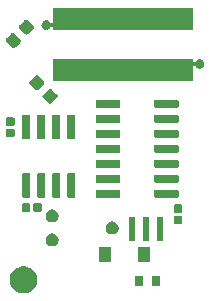
<source format=gbr>
G04 #@! TF.GenerationSoftware,KiCad,Pcbnew,(5.1.6)-1*
G04 #@! TF.CreationDate,2020-12-13T19:26:13+01:00*
G04 #@! TF.ProjectId,ACM-pcb,41434d2d-7063-4622-9e6b-696361645f70,rev?*
G04 #@! TF.SameCoordinates,Original*
G04 #@! TF.FileFunction,Soldermask,Bot*
G04 #@! TF.FilePolarity,Negative*
%FSLAX46Y46*%
G04 Gerber Fmt 4.6, Leading zero omitted, Abs format (unit mm)*
G04 Created by KiCad (PCBNEW (5.1.6)-1) date 2020-12-13 19:26:13*
%MOMM*%
%LPD*%
G01*
G04 APERTURE LIST*
%ADD10C,0.100000*%
G04 APERTURE END LIST*
D10*
G36*
X66224549Y-87871116D02*
G01*
X66335734Y-87893232D01*
X66545203Y-87979997D01*
X66733720Y-88105960D01*
X66894040Y-88266280D01*
X67020003Y-88454797D01*
X67106768Y-88664266D01*
X67151000Y-88886636D01*
X67151000Y-89113364D01*
X67106768Y-89335734D01*
X67020003Y-89545203D01*
X66894040Y-89733720D01*
X66733720Y-89894040D01*
X66545203Y-90020003D01*
X66335734Y-90106768D01*
X66224549Y-90128884D01*
X66113365Y-90151000D01*
X65886635Y-90151000D01*
X65775451Y-90128884D01*
X65664266Y-90106768D01*
X65454797Y-90020003D01*
X65266280Y-89894040D01*
X65105960Y-89733720D01*
X64979997Y-89545203D01*
X64893232Y-89335734D01*
X64849000Y-89113364D01*
X64849000Y-88886636D01*
X64893232Y-88664266D01*
X64979997Y-88454797D01*
X65105960Y-88266280D01*
X65266280Y-88105960D01*
X65454797Y-87979997D01*
X65664266Y-87893232D01*
X65775451Y-87871116D01*
X65886635Y-87849000D01*
X66113365Y-87849000D01*
X66224549Y-87871116D01*
G37*
G36*
X77551000Y-89501000D02*
G01*
X76849000Y-89501000D01*
X76849000Y-88699000D01*
X77551000Y-88699000D01*
X77551000Y-89501000D01*
G37*
G36*
X76151000Y-89501000D02*
G01*
X75449000Y-89501000D01*
X75449000Y-88699000D01*
X76151000Y-88699000D01*
X76151000Y-89501000D01*
G37*
G36*
X76700000Y-87519000D02*
G01*
X75698000Y-87519000D01*
X75698000Y-86217000D01*
X76700000Y-86217000D01*
X76700000Y-87519000D01*
G37*
G36*
X73400000Y-87519000D02*
G01*
X72398000Y-87519000D01*
X72398000Y-86217000D01*
X73400000Y-86217000D01*
X73400000Y-87519000D01*
G37*
G36*
X68526578Y-85100197D02*
G01*
X68579350Y-85110694D01*
X68678770Y-85151875D01*
X68768246Y-85211661D01*
X68844339Y-85287754D01*
X68904125Y-85377230D01*
X68945306Y-85476650D01*
X68945306Y-85476651D01*
X68966300Y-85582193D01*
X68966300Y-85689807D01*
X68955803Y-85742578D01*
X68945306Y-85795350D01*
X68904125Y-85894770D01*
X68844339Y-85984246D01*
X68768246Y-86060339D01*
X68678770Y-86120125D01*
X68579350Y-86161306D01*
X68526578Y-86171803D01*
X68473807Y-86182300D01*
X68366193Y-86182300D01*
X68313422Y-86171803D01*
X68260650Y-86161306D01*
X68161230Y-86120125D01*
X68071754Y-86060339D01*
X67995661Y-85984246D01*
X67935875Y-85894770D01*
X67894694Y-85795350D01*
X67884197Y-85742578D01*
X67873700Y-85689807D01*
X67873700Y-85582193D01*
X67894694Y-85476651D01*
X67894694Y-85476650D01*
X67935875Y-85377230D01*
X67995661Y-85287754D01*
X68071754Y-85211661D01*
X68161230Y-85151875D01*
X68260650Y-85110694D01*
X68313422Y-85100197D01*
X68366193Y-85089700D01*
X68473807Y-85089700D01*
X68526578Y-85100197D01*
G37*
G36*
X77828800Y-85697300D02*
G01*
X77326800Y-85697300D01*
X77326800Y-83695300D01*
X77828800Y-83695300D01*
X77828800Y-85697300D01*
G37*
G36*
X76628800Y-85697300D02*
G01*
X76126800Y-85697300D01*
X76126800Y-83695300D01*
X76628800Y-83695300D01*
X76628800Y-85697300D01*
G37*
G36*
X75428800Y-85697300D02*
G01*
X74926800Y-85697300D01*
X74926800Y-83695300D01*
X75428800Y-83695300D01*
X75428800Y-85697300D01*
G37*
G36*
X73606578Y-84084197D02*
G01*
X73659350Y-84094694D01*
X73758770Y-84135875D01*
X73848246Y-84195661D01*
X73924339Y-84271754D01*
X73984125Y-84361230D01*
X74025306Y-84460650D01*
X74046300Y-84566194D01*
X74046300Y-84673806D01*
X74025306Y-84779350D01*
X73984125Y-84878770D01*
X73924339Y-84968246D01*
X73848246Y-85044339D01*
X73758770Y-85104125D01*
X73659350Y-85145306D01*
X73626325Y-85151875D01*
X73553807Y-85166300D01*
X73446193Y-85166300D01*
X73373675Y-85151875D01*
X73340650Y-85145306D01*
X73241230Y-85104125D01*
X73151754Y-85044339D01*
X73075661Y-84968246D01*
X73015875Y-84878770D01*
X72974694Y-84779350D01*
X72953700Y-84673806D01*
X72953700Y-84566194D01*
X72974694Y-84460650D01*
X73015875Y-84361230D01*
X73075661Y-84271754D01*
X73151754Y-84195661D01*
X73241230Y-84135875D01*
X73340650Y-84094694D01*
X73393422Y-84084197D01*
X73446193Y-84073700D01*
X73553807Y-84073700D01*
X73606578Y-84084197D01*
G37*
G36*
X79364838Y-83606116D02*
G01*
X79385457Y-83612371D01*
X79404453Y-83622524D01*
X79421108Y-83636192D01*
X79434776Y-83652847D01*
X79444929Y-83671843D01*
X79451184Y-83692462D01*
X79453900Y-83720040D01*
X79453900Y-84178760D01*
X79451184Y-84206338D01*
X79444929Y-84226957D01*
X79434776Y-84245953D01*
X79421108Y-84262608D01*
X79404453Y-84276276D01*
X79385457Y-84286429D01*
X79364838Y-84292684D01*
X79337260Y-84295400D01*
X78828540Y-84295400D01*
X78800962Y-84292684D01*
X78780343Y-84286429D01*
X78761347Y-84276276D01*
X78744692Y-84262608D01*
X78731024Y-84245953D01*
X78720871Y-84226957D01*
X78714616Y-84206338D01*
X78711900Y-84178760D01*
X78711900Y-83720040D01*
X78714616Y-83692462D01*
X78720871Y-83671843D01*
X78731024Y-83652847D01*
X78744692Y-83636192D01*
X78761347Y-83622524D01*
X78780343Y-83612371D01*
X78800962Y-83606116D01*
X78828540Y-83603400D01*
X79337260Y-83603400D01*
X79364838Y-83606116D01*
G37*
G36*
X68526578Y-83068197D02*
G01*
X68579350Y-83078694D01*
X68678770Y-83119875D01*
X68768246Y-83179661D01*
X68844339Y-83255754D01*
X68904125Y-83345230D01*
X68945306Y-83444650D01*
X68945306Y-83444651D01*
X68966300Y-83550193D01*
X68966300Y-83657807D01*
X68958842Y-83695300D01*
X68945306Y-83763350D01*
X68904125Y-83862770D01*
X68844339Y-83952246D01*
X68768246Y-84028339D01*
X68678770Y-84088125D01*
X68579350Y-84129306D01*
X68546325Y-84135875D01*
X68473807Y-84150300D01*
X68366193Y-84150300D01*
X68293675Y-84135875D01*
X68260650Y-84129306D01*
X68161230Y-84088125D01*
X68071754Y-84028339D01*
X67995661Y-83952246D01*
X67935875Y-83862770D01*
X67894694Y-83763350D01*
X67881158Y-83695300D01*
X67873700Y-83657807D01*
X67873700Y-83550193D01*
X67894694Y-83444651D01*
X67894694Y-83444650D01*
X67935875Y-83345230D01*
X67995661Y-83255754D01*
X68071754Y-83179661D01*
X68161230Y-83119875D01*
X68260650Y-83078694D01*
X68313422Y-83068197D01*
X68366193Y-83057700D01*
X68473807Y-83057700D01*
X68526578Y-83068197D01*
G37*
G36*
X79364838Y-82636116D02*
G01*
X79385457Y-82642371D01*
X79404453Y-82652524D01*
X79421108Y-82666192D01*
X79434776Y-82682847D01*
X79444929Y-82701843D01*
X79451184Y-82722462D01*
X79453900Y-82750040D01*
X79453900Y-83208760D01*
X79451184Y-83236338D01*
X79444929Y-83256957D01*
X79434776Y-83275953D01*
X79421108Y-83292608D01*
X79404453Y-83306276D01*
X79385457Y-83316429D01*
X79364838Y-83322684D01*
X79337260Y-83325400D01*
X78828540Y-83325400D01*
X78800962Y-83322684D01*
X78780343Y-83316429D01*
X78761347Y-83306276D01*
X78744692Y-83292608D01*
X78731024Y-83275953D01*
X78720871Y-83256957D01*
X78714616Y-83236338D01*
X78711900Y-83208760D01*
X78711900Y-82750040D01*
X78714616Y-82722462D01*
X78720871Y-82701843D01*
X78731024Y-82682847D01*
X78744692Y-82666192D01*
X78761347Y-82652524D01*
X78780343Y-82642371D01*
X78800962Y-82636116D01*
X78828540Y-82633400D01*
X79337260Y-82633400D01*
X79364838Y-82636116D01*
G37*
G36*
X67442338Y-82537316D02*
G01*
X67462957Y-82543571D01*
X67481953Y-82553724D01*
X67498608Y-82567392D01*
X67512276Y-82584047D01*
X67522429Y-82603043D01*
X67528684Y-82623662D01*
X67531400Y-82651240D01*
X67531400Y-83159960D01*
X67528684Y-83187538D01*
X67522429Y-83208157D01*
X67512276Y-83227153D01*
X67498608Y-83243808D01*
X67481953Y-83257476D01*
X67462957Y-83267629D01*
X67442338Y-83273884D01*
X67414760Y-83276600D01*
X66956040Y-83276600D01*
X66928462Y-83273884D01*
X66907843Y-83267629D01*
X66888847Y-83257476D01*
X66872192Y-83243808D01*
X66858524Y-83227153D01*
X66848371Y-83208157D01*
X66842116Y-83187538D01*
X66839400Y-83159960D01*
X66839400Y-82651240D01*
X66842116Y-82623662D01*
X66848371Y-82603043D01*
X66858524Y-82584047D01*
X66872192Y-82567392D01*
X66888847Y-82553724D01*
X66907843Y-82543571D01*
X66928462Y-82537316D01*
X66956040Y-82534600D01*
X67414760Y-82534600D01*
X67442338Y-82537316D01*
G37*
G36*
X66472338Y-82537316D02*
G01*
X66492957Y-82543571D01*
X66511953Y-82553724D01*
X66528608Y-82567392D01*
X66542276Y-82584047D01*
X66552429Y-82603043D01*
X66558684Y-82623662D01*
X66561400Y-82651240D01*
X66561400Y-83159960D01*
X66558684Y-83187538D01*
X66552429Y-83208157D01*
X66542276Y-83227153D01*
X66528608Y-83243808D01*
X66511953Y-83257476D01*
X66492957Y-83267629D01*
X66472338Y-83273884D01*
X66444760Y-83276600D01*
X65986040Y-83276600D01*
X65958462Y-83273884D01*
X65937843Y-83267629D01*
X65918847Y-83257476D01*
X65902192Y-83243808D01*
X65888524Y-83227153D01*
X65878371Y-83208157D01*
X65872116Y-83187538D01*
X65869400Y-83159960D01*
X65869400Y-82651240D01*
X65872116Y-82623662D01*
X65878371Y-82603043D01*
X65888524Y-82584047D01*
X65902192Y-82567392D01*
X65918847Y-82553724D01*
X65937843Y-82543571D01*
X65958462Y-82537316D01*
X65986040Y-82534600D01*
X66444760Y-82534600D01*
X66472338Y-82537316D01*
G37*
G36*
X74088428Y-81376264D02*
G01*
X74109509Y-81382660D01*
X74128945Y-81393048D01*
X74145976Y-81407024D01*
X74159952Y-81424055D01*
X74170340Y-81443491D01*
X74176736Y-81464572D01*
X74179500Y-81492640D01*
X74179500Y-81956360D01*
X74176736Y-81984428D01*
X74170340Y-82005509D01*
X74159952Y-82024945D01*
X74145976Y-82041976D01*
X74128945Y-82055952D01*
X74109509Y-82066340D01*
X74088428Y-82072736D01*
X74060360Y-82075500D01*
X72246640Y-82075500D01*
X72218572Y-82072736D01*
X72197491Y-82066340D01*
X72178055Y-82055952D01*
X72161024Y-82041976D01*
X72147048Y-82024945D01*
X72136660Y-82005509D01*
X72130264Y-81984428D01*
X72127500Y-81956360D01*
X72127500Y-81492640D01*
X72130264Y-81464572D01*
X72136660Y-81443491D01*
X72147048Y-81424055D01*
X72161024Y-81407024D01*
X72178055Y-81393048D01*
X72197491Y-81382660D01*
X72218572Y-81376264D01*
X72246640Y-81373500D01*
X74060360Y-81373500D01*
X74088428Y-81376264D01*
G37*
G36*
X79038428Y-81376264D02*
G01*
X79059509Y-81382660D01*
X79078945Y-81393048D01*
X79095976Y-81407024D01*
X79109952Y-81424055D01*
X79120340Y-81443491D01*
X79126736Y-81464572D01*
X79129500Y-81492640D01*
X79129500Y-81956360D01*
X79126736Y-81984428D01*
X79120340Y-82005509D01*
X79109952Y-82024945D01*
X79095976Y-82041976D01*
X79078945Y-82055952D01*
X79059509Y-82066340D01*
X79038428Y-82072736D01*
X79010360Y-82075500D01*
X77196640Y-82075500D01*
X77168572Y-82072736D01*
X77147491Y-82066340D01*
X77128055Y-82055952D01*
X77111024Y-82041976D01*
X77097048Y-82024945D01*
X77086660Y-82005509D01*
X77080264Y-81984428D01*
X77077500Y-81956360D01*
X77077500Y-81492640D01*
X77080264Y-81464572D01*
X77086660Y-81443491D01*
X77097048Y-81424055D01*
X77111024Y-81407024D01*
X77128055Y-81393048D01*
X77147491Y-81382660D01*
X77168572Y-81376264D01*
X77196640Y-81373500D01*
X79010360Y-81373500D01*
X79038428Y-81376264D01*
G37*
G36*
X66490428Y-80001264D02*
G01*
X66511509Y-80007660D01*
X66530945Y-80018048D01*
X66547976Y-80032024D01*
X66561952Y-80049055D01*
X66572340Y-80068491D01*
X66578736Y-80089572D01*
X66581500Y-80117640D01*
X66581500Y-81931360D01*
X66578736Y-81959428D01*
X66572340Y-81980509D01*
X66561952Y-81999945D01*
X66547976Y-82016976D01*
X66530945Y-82030952D01*
X66511509Y-82041340D01*
X66490428Y-82047736D01*
X66462360Y-82050500D01*
X65998640Y-82050500D01*
X65970572Y-82047736D01*
X65949491Y-82041340D01*
X65930055Y-82030952D01*
X65913024Y-82016976D01*
X65899048Y-81999945D01*
X65888660Y-81980509D01*
X65882264Y-81959428D01*
X65879500Y-81931360D01*
X65879500Y-80117640D01*
X65882264Y-80089572D01*
X65888660Y-80068491D01*
X65899048Y-80049055D01*
X65913024Y-80032024D01*
X65930055Y-80018048D01*
X65949491Y-80007660D01*
X65970572Y-80001264D01*
X65998640Y-79998500D01*
X66462360Y-79998500D01*
X66490428Y-80001264D01*
G37*
G36*
X67760428Y-80001264D02*
G01*
X67781509Y-80007660D01*
X67800945Y-80018048D01*
X67817976Y-80032024D01*
X67831952Y-80049055D01*
X67842340Y-80068491D01*
X67848736Y-80089572D01*
X67851500Y-80117640D01*
X67851500Y-81931360D01*
X67848736Y-81959428D01*
X67842340Y-81980509D01*
X67831952Y-81999945D01*
X67817976Y-82016976D01*
X67800945Y-82030952D01*
X67781509Y-82041340D01*
X67760428Y-82047736D01*
X67732360Y-82050500D01*
X67268640Y-82050500D01*
X67240572Y-82047736D01*
X67219491Y-82041340D01*
X67200055Y-82030952D01*
X67183024Y-82016976D01*
X67169048Y-81999945D01*
X67158660Y-81980509D01*
X67152264Y-81959428D01*
X67149500Y-81931360D01*
X67149500Y-80117640D01*
X67152264Y-80089572D01*
X67158660Y-80068491D01*
X67169048Y-80049055D01*
X67183024Y-80032024D01*
X67200055Y-80018048D01*
X67219491Y-80007660D01*
X67240572Y-80001264D01*
X67268640Y-79998500D01*
X67732360Y-79998500D01*
X67760428Y-80001264D01*
G37*
G36*
X69030428Y-80001264D02*
G01*
X69051509Y-80007660D01*
X69070945Y-80018048D01*
X69087976Y-80032024D01*
X69101952Y-80049055D01*
X69112340Y-80068491D01*
X69118736Y-80089572D01*
X69121500Y-80117640D01*
X69121500Y-81931360D01*
X69118736Y-81959428D01*
X69112340Y-81980509D01*
X69101952Y-81999945D01*
X69087976Y-82016976D01*
X69070945Y-82030952D01*
X69051509Y-82041340D01*
X69030428Y-82047736D01*
X69002360Y-82050500D01*
X68538640Y-82050500D01*
X68510572Y-82047736D01*
X68489491Y-82041340D01*
X68470055Y-82030952D01*
X68453024Y-82016976D01*
X68439048Y-81999945D01*
X68428660Y-81980509D01*
X68422264Y-81959428D01*
X68419500Y-81931360D01*
X68419500Y-80117640D01*
X68422264Y-80089572D01*
X68428660Y-80068491D01*
X68439048Y-80049055D01*
X68453024Y-80032024D01*
X68470055Y-80018048D01*
X68489491Y-80007660D01*
X68510572Y-80001264D01*
X68538640Y-79998500D01*
X69002360Y-79998500D01*
X69030428Y-80001264D01*
G37*
G36*
X70300428Y-80001264D02*
G01*
X70321509Y-80007660D01*
X70340945Y-80018048D01*
X70357976Y-80032024D01*
X70371952Y-80049055D01*
X70382340Y-80068491D01*
X70388736Y-80089572D01*
X70391500Y-80117640D01*
X70391500Y-81931360D01*
X70388736Y-81959428D01*
X70382340Y-81980509D01*
X70371952Y-81999945D01*
X70357976Y-82016976D01*
X70340945Y-82030952D01*
X70321509Y-82041340D01*
X70300428Y-82047736D01*
X70272360Y-82050500D01*
X69808640Y-82050500D01*
X69780572Y-82047736D01*
X69759491Y-82041340D01*
X69740055Y-82030952D01*
X69723024Y-82016976D01*
X69709048Y-81999945D01*
X69698660Y-81980509D01*
X69692264Y-81959428D01*
X69689500Y-81931360D01*
X69689500Y-80117640D01*
X69692264Y-80089572D01*
X69698660Y-80068491D01*
X69709048Y-80049055D01*
X69723024Y-80032024D01*
X69740055Y-80018048D01*
X69759491Y-80007660D01*
X69780572Y-80001264D01*
X69808640Y-79998500D01*
X70272360Y-79998500D01*
X70300428Y-80001264D01*
G37*
G36*
X79038428Y-80106264D02*
G01*
X79059509Y-80112660D01*
X79078945Y-80123048D01*
X79095976Y-80137024D01*
X79109952Y-80154055D01*
X79120340Y-80173491D01*
X79126736Y-80194572D01*
X79129500Y-80222640D01*
X79129500Y-80686360D01*
X79126736Y-80714428D01*
X79120340Y-80735509D01*
X79109952Y-80754945D01*
X79095976Y-80771976D01*
X79078945Y-80785952D01*
X79059509Y-80796340D01*
X79038428Y-80802736D01*
X79010360Y-80805500D01*
X77196640Y-80805500D01*
X77168572Y-80802736D01*
X77147491Y-80796340D01*
X77128055Y-80785952D01*
X77111024Y-80771976D01*
X77097048Y-80754945D01*
X77086660Y-80735509D01*
X77080264Y-80714428D01*
X77077500Y-80686360D01*
X77077500Y-80222640D01*
X77080264Y-80194572D01*
X77086660Y-80173491D01*
X77097048Y-80154055D01*
X77111024Y-80137024D01*
X77128055Y-80123048D01*
X77147491Y-80112660D01*
X77168572Y-80106264D01*
X77196640Y-80103500D01*
X79010360Y-80103500D01*
X79038428Y-80106264D01*
G37*
G36*
X74088428Y-80106264D02*
G01*
X74109509Y-80112660D01*
X74128945Y-80123048D01*
X74145976Y-80137024D01*
X74159952Y-80154055D01*
X74170340Y-80173491D01*
X74176736Y-80194572D01*
X74179500Y-80222640D01*
X74179500Y-80686360D01*
X74176736Y-80714428D01*
X74170340Y-80735509D01*
X74159952Y-80754945D01*
X74145976Y-80771976D01*
X74128945Y-80785952D01*
X74109509Y-80796340D01*
X74088428Y-80802736D01*
X74060360Y-80805500D01*
X72246640Y-80805500D01*
X72218572Y-80802736D01*
X72197491Y-80796340D01*
X72178055Y-80785952D01*
X72161024Y-80771976D01*
X72147048Y-80754945D01*
X72136660Y-80735509D01*
X72130264Y-80714428D01*
X72127500Y-80686360D01*
X72127500Y-80222640D01*
X72130264Y-80194572D01*
X72136660Y-80173491D01*
X72147048Y-80154055D01*
X72161024Y-80137024D01*
X72178055Y-80123048D01*
X72197491Y-80112660D01*
X72218572Y-80106264D01*
X72246640Y-80103500D01*
X74060360Y-80103500D01*
X74088428Y-80106264D01*
G37*
G36*
X79038428Y-78836264D02*
G01*
X79059509Y-78842660D01*
X79078945Y-78853048D01*
X79095976Y-78867024D01*
X79109952Y-78884055D01*
X79120340Y-78903491D01*
X79126736Y-78924572D01*
X79129500Y-78952640D01*
X79129500Y-79416360D01*
X79126736Y-79444428D01*
X79120340Y-79465509D01*
X79109952Y-79484945D01*
X79095976Y-79501976D01*
X79078945Y-79515952D01*
X79059509Y-79526340D01*
X79038428Y-79532736D01*
X79010360Y-79535500D01*
X77196640Y-79535500D01*
X77168572Y-79532736D01*
X77147491Y-79526340D01*
X77128055Y-79515952D01*
X77111024Y-79501976D01*
X77097048Y-79484945D01*
X77086660Y-79465509D01*
X77080264Y-79444428D01*
X77077500Y-79416360D01*
X77077500Y-78952640D01*
X77080264Y-78924572D01*
X77086660Y-78903491D01*
X77097048Y-78884055D01*
X77111024Y-78867024D01*
X77128055Y-78853048D01*
X77147491Y-78842660D01*
X77168572Y-78836264D01*
X77196640Y-78833500D01*
X79010360Y-78833500D01*
X79038428Y-78836264D01*
G37*
G36*
X74088428Y-78836264D02*
G01*
X74109509Y-78842660D01*
X74128945Y-78853048D01*
X74145976Y-78867024D01*
X74159952Y-78884055D01*
X74170340Y-78903491D01*
X74176736Y-78924572D01*
X74179500Y-78952640D01*
X74179500Y-79416360D01*
X74176736Y-79444428D01*
X74170340Y-79465509D01*
X74159952Y-79484945D01*
X74145976Y-79501976D01*
X74128945Y-79515952D01*
X74109509Y-79526340D01*
X74088428Y-79532736D01*
X74060360Y-79535500D01*
X72246640Y-79535500D01*
X72218572Y-79532736D01*
X72197491Y-79526340D01*
X72178055Y-79515952D01*
X72161024Y-79501976D01*
X72147048Y-79484945D01*
X72136660Y-79465509D01*
X72130264Y-79444428D01*
X72127500Y-79416360D01*
X72127500Y-78952640D01*
X72130264Y-78924572D01*
X72136660Y-78903491D01*
X72147048Y-78884055D01*
X72161024Y-78867024D01*
X72178055Y-78853048D01*
X72197491Y-78842660D01*
X72218572Y-78836264D01*
X72246640Y-78833500D01*
X74060360Y-78833500D01*
X74088428Y-78836264D01*
G37*
G36*
X79038428Y-77566264D02*
G01*
X79059509Y-77572660D01*
X79078945Y-77583048D01*
X79095976Y-77597024D01*
X79109952Y-77614055D01*
X79120340Y-77633491D01*
X79126736Y-77654572D01*
X79129500Y-77682640D01*
X79129500Y-78146360D01*
X79126736Y-78174428D01*
X79120340Y-78195509D01*
X79109952Y-78214945D01*
X79095976Y-78231976D01*
X79078945Y-78245952D01*
X79059509Y-78256340D01*
X79038428Y-78262736D01*
X79010360Y-78265500D01*
X77196640Y-78265500D01*
X77168572Y-78262736D01*
X77147491Y-78256340D01*
X77128055Y-78245952D01*
X77111024Y-78231976D01*
X77097048Y-78214945D01*
X77086660Y-78195509D01*
X77080264Y-78174428D01*
X77077500Y-78146360D01*
X77077500Y-77682640D01*
X77080264Y-77654572D01*
X77086660Y-77633491D01*
X77097048Y-77614055D01*
X77111024Y-77597024D01*
X77128055Y-77583048D01*
X77147491Y-77572660D01*
X77168572Y-77566264D01*
X77196640Y-77563500D01*
X79010360Y-77563500D01*
X79038428Y-77566264D01*
G37*
G36*
X74088428Y-77566264D02*
G01*
X74109509Y-77572660D01*
X74128945Y-77583048D01*
X74145976Y-77597024D01*
X74159952Y-77614055D01*
X74170340Y-77633491D01*
X74176736Y-77654572D01*
X74179500Y-77682640D01*
X74179500Y-78146360D01*
X74176736Y-78174428D01*
X74170340Y-78195509D01*
X74159952Y-78214945D01*
X74145976Y-78231976D01*
X74128945Y-78245952D01*
X74109509Y-78256340D01*
X74088428Y-78262736D01*
X74060360Y-78265500D01*
X72246640Y-78265500D01*
X72218572Y-78262736D01*
X72197491Y-78256340D01*
X72178055Y-78245952D01*
X72161024Y-78231976D01*
X72147048Y-78214945D01*
X72136660Y-78195509D01*
X72130264Y-78174428D01*
X72127500Y-78146360D01*
X72127500Y-77682640D01*
X72130264Y-77654572D01*
X72136660Y-77633491D01*
X72147048Y-77614055D01*
X72161024Y-77597024D01*
X72178055Y-77583048D01*
X72197491Y-77572660D01*
X72218572Y-77566264D01*
X72246640Y-77563500D01*
X74060360Y-77563500D01*
X74088428Y-77566264D01*
G37*
G36*
X69030428Y-75051264D02*
G01*
X69051509Y-75057660D01*
X69070945Y-75068048D01*
X69087976Y-75082024D01*
X69101952Y-75099055D01*
X69112340Y-75118491D01*
X69118736Y-75139572D01*
X69121500Y-75167640D01*
X69121500Y-76981360D01*
X69118736Y-77009428D01*
X69112340Y-77030509D01*
X69101952Y-77049945D01*
X69087976Y-77066976D01*
X69070945Y-77080952D01*
X69051509Y-77091340D01*
X69030428Y-77097736D01*
X69002360Y-77100500D01*
X68538640Y-77100500D01*
X68510572Y-77097736D01*
X68489491Y-77091340D01*
X68470055Y-77080952D01*
X68453024Y-77066976D01*
X68439048Y-77049945D01*
X68428660Y-77030509D01*
X68422264Y-77009428D01*
X68419500Y-76981360D01*
X68419500Y-75167640D01*
X68422264Y-75139572D01*
X68428660Y-75118491D01*
X68439048Y-75099055D01*
X68453024Y-75082024D01*
X68470055Y-75068048D01*
X68489491Y-75057660D01*
X68510572Y-75051264D01*
X68538640Y-75048500D01*
X69002360Y-75048500D01*
X69030428Y-75051264D01*
G37*
G36*
X66490428Y-75051264D02*
G01*
X66511509Y-75057660D01*
X66530945Y-75068048D01*
X66547976Y-75082024D01*
X66561952Y-75099055D01*
X66572340Y-75118491D01*
X66578736Y-75139572D01*
X66581500Y-75167640D01*
X66581500Y-76981360D01*
X66578736Y-77009428D01*
X66572340Y-77030509D01*
X66561952Y-77049945D01*
X66547976Y-77066976D01*
X66530945Y-77080952D01*
X66511509Y-77091340D01*
X66490428Y-77097736D01*
X66462360Y-77100500D01*
X65998640Y-77100500D01*
X65970572Y-77097736D01*
X65949491Y-77091340D01*
X65930055Y-77080952D01*
X65913024Y-77066976D01*
X65899048Y-77049945D01*
X65888660Y-77030509D01*
X65882264Y-77009428D01*
X65879500Y-76981360D01*
X65879500Y-75167640D01*
X65882264Y-75139572D01*
X65888660Y-75118491D01*
X65899048Y-75099055D01*
X65913024Y-75082024D01*
X65930055Y-75068048D01*
X65949491Y-75057660D01*
X65970572Y-75051264D01*
X65998640Y-75048500D01*
X66462360Y-75048500D01*
X66490428Y-75051264D01*
G37*
G36*
X70300428Y-75051264D02*
G01*
X70321509Y-75057660D01*
X70340945Y-75068048D01*
X70357976Y-75082024D01*
X70371952Y-75099055D01*
X70382340Y-75118491D01*
X70388736Y-75139572D01*
X70391500Y-75167640D01*
X70391500Y-76981360D01*
X70388736Y-77009428D01*
X70382340Y-77030509D01*
X70371952Y-77049945D01*
X70357976Y-77066976D01*
X70340945Y-77080952D01*
X70321509Y-77091340D01*
X70300428Y-77097736D01*
X70272360Y-77100500D01*
X69808640Y-77100500D01*
X69780572Y-77097736D01*
X69759491Y-77091340D01*
X69740055Y-77080952D01*
X69723024Y-77066976D01*
X69709048Y-77049945D01*
X69698660Y-77030509D01*
X69692264Y-77009428D01*
X69689500Y-76981360D01*
X69689500Y-75167640D01*
X69692264Y-75139572D01*
X69698660Y-75118491D01*
X69709048Y-75099055D01*
X69723024Y-75082024D01*
X69740055Y-75068048D01*
X69759491Y-75057660D01*
X69780572Y-75051264D01*
X69808640Y-75048500D01*
X70272360Y-75048500D01*
X70300428Y-75051264D01*
G37*
G36*
X67760428Y-75051264D02*
G01*
X67781509Y-75057660D01*
X67800945Y-75068048D01*
X67817976Y-75082024D01*
X67831952Y-75099055D01*
X67842340Y-75118491D01*
X67848736Y-75139572D01*
X67851500Y-75167640D01*
X67851500Y-76981360D01*
X67848736Y-77009428D01*
X67842340Y-77030509D01*
X67831952Y-77049945D01*
X67817976Y-77066976D01*
X67800945Y-77080952D01*
X67781509Y-77091340D01*
X67760428Y-77097736D01*
X67732360Y-77100500D01*
X67268640Y-77100500D01*
X67240572Y-77097736D01*
X67219491Y-77091340D01*
X67200055Y-77080952D01*
X67183024Y-77066976D01*
X67169048Y-77049945D01*
X67158660Y-77030509D01*
X67152264Y-77009428D01*
X67149500Y-76981360D01*
X67149500Y-75167640D01*
X67152264Y-75139572D01*
X67158660Y-75118491D01*
X67169048Y-75099055D01*
X67183024Y-75082024D01*
X67200055Y-75068048D01*
X67219491Y-75057660D01*
X67240572Y-75051264D01*
X67268640Y-75048500D01*
X67732360Y-75048500D01*
X67760428Y-75051264D01*
G37*
G36*
X79038428Y-76296264D02*
G01*
X79059509Y-76302660D01*
X79078945Y-76313048D01*
X79095976Y-76327024D01*
X79109952Y-76344055D01*
X79120340Y-76363491D01*
X79126736Y-76384572D01*
X79129500Y-76412640D01*
X79129500Y-76876360D01*
X79126736Y-76904428D01*
X79120340Y-76925509D01*
X79109952Y-76944945D01*
X79095976Y-76961976D01*
X79078945Y-76975952D01*
X79059509Y-76986340D01*
X79038428Y-76992736D01*
X79010360Y-76995500D01*
X77196640Y-76995500D01*
X77168572Y-76992736D01*
X77147491Y-76986340D01*
X77128055Y-76975952D01*
X77111024Y-76961976D01*
X77097048Y-76944945D01*
X77086660Y-76925509D01*
X77080264Y-76904428D01*
X77077500Y-76876360D01*
X77077500Y-76412640D01*
X77080264Y-76384572D01*
X77086660Y-76363491D01*
X77097048Y-76344055D01*
X77111024Y-76327024D01*
X77128055Y-76313048D01*
X77147491Y-76302660D01*
X77168572Y-76296264D01*
X77196640Y-76293500D01*
X79010360Y-76293500D01*
X79038428Y-76296264D01*
G37*
G36*
X74088428Y-76296264D02*
G01*
X74109509Y-76302660D01*
X74128945Y-76313048D01*
X74145976Y-76327024D01*
X74159952Y-76344055D01*
X74170340Y-76363491D01*
X74176736Y-76384572D01*
X74179500Y-76412640D01*
X74179500Y-76876360D01*
X74176736Y-76904428D01*
X74170340Y-76925509D01*
X74159952Y-76944945D01*
X74145976Y-76961976D01*
X74128945Y-76975952D01*
X74109509Y-76986340D01*
X74088428Y-76992736D01*
X74060360Y-76995500D01*
X72246640Y-76995500D01*
X72218572Y-76992736D01*
X72197491Y-76986340D01*
X72178055Y-76975952D01*
X72161024Y-76961976D01*
X72147048Y-76944945D01*
X72136660Y-76925509D01*
X72130264Y-76904428D01*
X72127500Y-76876360D01*
X72127500Y-76412640D01*
X72130264Y-76384572D01*
X72136660Y-76363491D01*
X72147048Y-76344055D01*
X72161024Y-76327024D01*
X72178055Y-76313048D01*
X72197491Y-76302660D01*
X72218572Y-76296264D01*
X72246640Y-76293500D01*
X74060360Y-76293500D01*
X74088428Y-76296264D01*
G37*
G36*
X65153538Y-76240116D02*
G01*
X65174157Y-76246371D01*
X65193153Y-76256524D01*
X65209808Y-76270192D01*
X65223476Y-76286847D01*
X65233629Y-76305843D01*
X65239884Y-76326462D01*
X65242600Y-76354040D01*
X65242600Y-76812760D01*
X65239884Y-76840338D01*
X65233629Y-76860957D01*
X65223476Y-76879953D01*
X65209808Y-76896608D01*
X65193153Y-76910276D01*
X65174157Y-76920429D01*
X65153538Y-76926684D01*
X65125960Y-76929400D01*
X64617240Y-76929400D01*
X64589662Y-76926684D01*
X64569043Y-76920429D01*
X64550047Y-76910276D01*
X64533392Y-76896608D01*
X64519724Y-76879953D01*
X64509571Y-76860957D01*
X64503316Y-76840338D01*
X64500600Y-76812760D01*
X64500600Y-76354040D01*
X64503316Y-76326462D01*
X64509571Y-76305843D01*
X64519724Y-76286847D01*
X64533392Y-76270192D01*
X64550047Y-76256524D01*
X64569043Y-76246371D01*
X64589662Y-76240116D01*
X64617240Y-76237400D01*
X65125960Y-76237400D01*
X65153538Y-76240116D01*
G37*
G36*
X65153538Y-75270116D02*
G01*
X65174157Y-75276371D01*
X65193153Y-75286524D01*
X65209808Y-75300192D01*
X65223476Y-75316847D01*
X65233629Y-75335843D01*
X65239884Y-75356462D01*
X65242600Y-75384040D01*
X65242600Y-75842760D01*
X65239884Y-75870338D01*
X65233629Y-75890957D01*
X65223476Y-75909953D01*
X65209808Y-75926608D01*
X65193153Y-75940276D01*
X65174157Y-75950429D01*
X65153538Y-75956684D01*
X65125960Y-75959400D01*
X64617240Y-75959400D01*
X64589662Y-75956684D01*
X64569043Y-75950429D01*
X64550047Y-75940276D01*
X64533392Y-75926608D01*
X64519724Y-75909953D01*
X64509571Y-75890957D01*
X64503316Y-75870338D01*
X64500600Y-75842760D01*
X64500600Y-75384040D01*
X64503316Y-75356462D01*
X64509571Y-75335843D01*
X64519724Y-75316847D01*
X64533392Y-75300192D01*
X64550047Y-75286524D01*
X64569043Y-75276371D01*
X64589662Y-75270116D01*
X64617240Y-75267400D01*
X65125960Y-75267400D01*
X65153538Y-75270116D01*
G37*
G36*
X79038428Y-75026264D02*
G01*
X79059509Y-75032660D01*
X79078945Y-75043048D01*
X79095976Y-75057024D01*
X79109952Y-75074055D01*
X79120340Y-75093491D01*
X79126736Y-75114572D01*
X79129500Y-75142640D01*
X79129500Y-75606360D01*
X79126736Y-75634428D01*
X79120340Y-75655509D01*
X79109952Y-75674945D01*
X79095976Y-75691976D01*
X79078945Y-75705952D01*
X79059509Y-75716340D01*
X79038428Y-75722736D01*
X79010360Y-75725500D01*
X77196640Y-75725500D01*
X77168572Y-75722736D01*
X77147491Y-75716340D01*
X77128055Y-75705952D01*
X77111024Y-75691976D01*
X77097048Y-75674945D01*
X77086660Y-75655509D01*
X77080264Y-75634428D01*
X77077500Y-75606360D01*
X77077500Y-75142640D01*
X77080264Y-75114572D01*
X77086660Y-75093491D01*
X77097048Y-75074055D01*
X77111024Y-75057024D01*
X77128055Y-75043048D01*
X77147491Y-75032660D01*
X77168572Y-75026264D01*
X77196640Y-75023500D01*
X79010360Y-75023500D01*
X79038428Y-75026264D01*
G37*
G36*
X74088428Y-75026264D02*
G01*
X74109509Y-75032660D01*
X74128945Y-75043048D01*
X74145976Y-75057024D01*
X74159952Y-75074055D01*
X74170340Y-75093491D01*
X74176736Y-75114572D01*
X74179500Y-75142640D01*
X74179500Y-75606360D01*
X74176736Y-75634428D01*
X74170340Y-75655509D01*
X74159952Y-75674945D01*
X74145976Y-75691976D01*
X74128945Y-75705952D01*
X74109509Y-75716340D01*
X74088428Y-75722736D01*
X74060360Y-75725500D01*
X72246640Y-75725500D01*
X72218572Y-75722736D01*
X72197491Y-75716340D01*
X72178055Y-75705952D01*
X72161024Y-75691976D01*
X72147048Y-75674945D01*
X72136660Y-75655509D01*
X72130264Y-75634428D01*
X72127500Y-75606360D01*
X72127500Y-75142640D01*
X72130264Y-75114572D01*
X72136660Y-75093491D01*
X72147048Y-75074055D01*
X72161024Y-75057024D01*
X72178055Y-75043048D01*
X72197491Y-75032660D01*
X72218572Y-75026264D01*
X72246640Y-75023500D01*
X74060360Y-75023500D01*
X74088428Y-75026264D01*
G37*
G36*
X74088428Y-73756264D02*
G01*
X74109509Y-73762660D01*
X74128945Y-73773048D01*
X74145976Y-73787024D01*
X74159952Y-73804055D01*
X74170340Y-73823491D01*
X74176736Y-73844572D01*
X74179500Y-73872640D01*
X74179500Y-74336360D01*
X74176736Y-74364428D01*
X74170340Y-74385509D01*
X74159952Y-74404945D01*
X74145976Y-74421976D01*
X74128945Y-74435952D01*
X74109509Y-74446340D01*
X74088428Y-74452736D01*
X74060360Y-74455500D01*
X72246640Y-74455500D01*
X72218572Y-74452736D01*
X72197491Y-74446340D01*
X72178055Y-74435952D01*
X72161024Y-74421976D01*
X72147048Y-74404945D01*
X72136660Y-74385509D01*
X72130264Y-74364428D01*
X72127500Y-74336360D01*
X72127500Y-73872640D01*
X72130264Y-73844572D01*
X72136660Y-73823491D01*
X72147048Y-73804055D01*
X72161024Y-73787024D01*
X72178055Y-73773048D01*
X72197491Y-73762660D01*
X72218572Y-73756264D01*
X72246640Y-73753500D01*
X74060360Y-73753500D01*
X74088428Y-73756264D01*
G37*
G36*
X79038428Y-73756264D02*
G01*
X79059509Y-73762660D01*
X79078945Y-73773048D01*
X79095976Y-73787024D01*
X79109952Y-73804055D01*
X79120340Y-73823491D01*
X79126736Y-73844572D01*
X79129500Y-73872640D01*
X79129500Y-74336360D01*
X79126736Y-74364428D01*
X79120340Y-74385509D01*
X79109952Y-74404945D01*
X79095976Y-74421976D01*
X79078945Y-74435952D01*
X79059509Y-74446340D01*
X79038428Y-74452736D01*
X79010360Y-74455500D01*
X77196640Y-74455500D01*
X77168572Y-74452736D01*
X77147491Y-74446340D01*
X77128055Y-74435952D01*
X77111024Y-74421976D01*
X77097048Y-74404945D01*
X77086660Y-74385509D01*
X77080264Y-74364428D01*
X77077500Y-74336360D01*
X77077500Y-73872640D01*
X77080264Y-73844572D01*
X77086660Y-73823491D01*
X77097048Y-73804055D01*
X77111024Y-73787024D01*
X77128055Y-73773048D01*
X77147491Y-73762660D01*
X77168572Y-73756264D01*
X77196640Y-73753500D01*
X79010360Y-73753500D01*
X79038428Y-73756264D01*
G37*
G36*
X68309705Y-72816855D02*
G01*
X68343683Y-72827163D01*
X68375004Y-72843904D01*
X68407218Y-72870342D01*
X68447069Y-72910193D01*
X68447075Y-72910198D01*
X68792496Y-73255619D01*
X68792501Y-73255625D01*
X68832352Y-73295476D01*
X68858790Y-73327690D01*
X68875531Y-73359011D01*
X68885839Y-73392989D01*
X68889319Y-73428330D01*
X68885839Y-73463671D01*
X68875531Y-73497649D01*
X68858790Y-73528970D01*
X68832352Y-73561184D01*
X68792501Y-73601035D01*
X68792496Y-73601041D01*
X68394041Y-73999496D01*
X68394035Y-73999501D01*
X68354184Y-74039352D01*
X68321970Y-74065790D01*
X68290649Y-74082531D01*
X68256671Y-74092839D01*
X68221330Y-74096319D01*
X68185989Y-74092839D01*
X68152011Y-74082531D01*
X68120690Y-74065790D01*
X68088476Y-74039352D01*
X68048625Y-73999501D01*
X68048619Y-73999496D01*
X67703198Y-73654075D01*
X67703193Y-73654069D01*
X67663342Y-73614218D01*
X67636904Y-73582004D01*
X67620163Y-73550683D01*
X67609855Y-73516705D01*
X67606375Y-73481364D01*
X67609855Y-73446023D01*
X67620163Y-73412045D01*
X67636904Y-73380724D01*
X67663342Y-73348510D01*
X67703193Y-73308659D01*
X67703198Y-73308653D01*
X68101653Y-72910198D01*
X68101659Y-72910193D01*
X68141510Y-72870342D01*
X68173724Y-72843904D01*
X68205045Y-72827163D01*
X68239023Y-72816855D01*
X68274364Y-72813375D01*
X68309705Y-72816855D01*
G37*
G36*
X67196011Y-71703161D02*
G01*
X67229989Y-71713469D01*
X67261310Y-71730210D01*
X67293524Y-71756648D01*
X67333375Y-71796499D01*
X67333381Y-71796504D01*
X67678802Y-72141925D01*
X67678807Y-72141931D01*
X67718658Y-72181782D01*
X67745096Y-72213996D01*
X67761837Y-72245317D01*
X67772145Y-72279295D01*
X67775625Y-72314636D01*
X67772145Y-72349977D01*
X67761837Y-72383955D01*
X67745096Y-72415276D01*
X67718658Y-72447490D01*
X67678807Y-72487341D01*
X67678802Y-72487347D01*
X67280347Y-72885802D01*
X67280341Y-72885807D01*
X67240490Y-72925658D01*
X67208276Y-72952096D01*
X67176955Y-72968837D01*
X67142977Y-72979145D01*
X67107636Y-72982625D01*
X67072295Y-72979145D01*
X67038317Y-72968837D01*
X67006996Y-72952096D01*
X66974782Y-72925658D01*
X66934931Y-72885807D01*
X66934925Y-72885802D01*
X66589504Y-72540381D01*
X66589499Y-72540375D01*
X66549648Y-72500524D01*
X66523210Y-72468310D01*
X66506469Y-72436989D01*
X66496161Y-72403011D01*
X66492681Y-72367670D01*
X66496161Y-72332329D01*
X66506469Y-72298351D01*
X66523210Y-72267030D01*
X66549648Y-72234816D01*
X66589499Y-72194965D01*
X66589504Y-72194959D01*
X66987959Y-71796504D01*
X66987965Y-71796499D01*
X67027816Y-71756648D01*
X67060030Y-71730210D01*
X67091351Y-71713469D01*
X67125329Y-71703161D01*
X67160670Y-71699681D01*
X67196011Y-71703161D01*
G37*
G36*
X80348000Y-70463205D02*
G01*
X80350402Y-70487591D01*
X80357515Y-70511040D01*
X80369066Y-70532651D01*
X80384611Y-70551593D01*
X80403553Y-70567138D01*
X80425164Y-70578689D01*
X80448613Y-70585802D01*
X80472999Y-70588204D01*
X80497385Y-70585802D01*
X80520834Y-70578689D01*
X80542445Y-70567138D01*
X80561387Y-70551593D01*
X80576932Y-70532650D01*
X80610521Y-70482380D01*
X80666378Y-70426523D01*
X80732056Y-70382638D01*
X80774805Y-70364931D01*
X80805033Y-70352410D01*
X80843769Y-70344705D01*
X80882504Y-70337000D01*
X80961496Y-70337000D01*
X81000231Y-70344705D01*
X81038967Y-70352410D01*
X81069195Y-70364931D01*
X81111944Y-70382638D01*
X81177622Y-70426523D01*
X81233477Y-70482378D01*
X81277362Y-70548056D01*
X81307590Y-70621034D01*
X81323000Y-70698504D01*
X81323000Y-70777496D01*
X81307590Y-70854966D01*
X81277362Y-70927944D01*
X81233477Y-70993622D01*
X81177622Y-71049477D01*
X81111944Y-71093362D01*
X81069195Y-71111069D01*
X81038967Y-71123590D01*
X81000231Y-71131295D01*
X80961496Y-71139000D01*
X80882504Y-71139000D01*
X80843769Y-71131295D01*
X80805033Y-71123590D01*
X80774805Y-71111069D01*
X80732056Y-71093362D01*
X80666378Y-71049477D01*
X80610521Y-70993620D01*
X80576932Y-70943350D01*
X80561387Y-70924408D01*
X80542445Y-70908863D01*
X80520835Y-70897311D01*
X80497386Y-70890198D01*
X80473000Y-70887796D01*
X80448614Y-70890198D01*
X80425165Y-70897311D01*
X80403554Y-70908862D01*
X80384612Y-70924407D01*
X80369067Y-70943349D01*
X80357515Y-70964959D01*
X80350402Y-70988408D01*
X80348000Y-71012795D01*
X80348000Y-72189000D01*
X68496000Y-72189000D01*
X68496000Y-70287000D01*
X80348000Y-70287000D01*
X80348000Y-70463205D01*
G37*
G36*
X65136377Y-68092455D02*
G01*
X65170355Y-68102763D01*
X65201676Y-68119504D01*
X65233890Y-68145942D01*
X65273741Y-68185793D01*
X65273747Y-68185798D01*
X65672202Y-68584253D01*
X65672207Y-68584259D01*
X65712058Y-68624110D01*
X65738496Y-68656324D01*
X65755237Y-68687645D01*
X65765545Y-68721623D01*
X65769025Y-68756964D01*
X65765545Y-68792305D01*
X65755237Y-68826283D01*
X65738496Y-68857604D01*
X65712058Y-68889818D01*
X65672207Y-68929669D01*
X65672202Y-68929675D01*
X65326781Y-69275096D01*
X65326775Y-69275101D01*
X65286924Y-69314952D01*
X65254710Y-69341390D01*
X65223389Y-69358131D01*
X65189411Y-69368439D01*
X65154070Y-69371919D01*
X65118729Y-69368439D01*
X65084751Y-69358131D01*
X65053430Y-69341390D01*
X65021216Y-69314952D01*
X64981365Y-69275101D01*
X64981359Y-69275096D01*
X64582904Y-68876641D01*
X64582899Y-68876635D01*
X64543048Y-68836784D01*
X64516610Y-68804570D01*
X64499869Y-68773249D01*
X64489561Y-68739271D01*
X64486081Y-68703930D01*
X64489561Y-68668589D01*
X64499869Y-68634611D01*
X64516610Y-68603290D01*
X64543048Y-68571076D01*
X64582899Y-68531225D01*
X64582904Y-68531219D01*
X64928325Y-68185798D01*
X64928331Y-68185793D01*
X64968182Y-68145942D01*
X65000396Y-68119504D01*
X65031717Y-68102763D01*
X65065695Y-68092455D01*
X65101036Y-68088975D01*
X65136377Y-68092455D01*
G37*
G36*
X66250071Y-66978761D02*
G01*
X66284049Y-66989069D01*
X66315370Y-67005810D01*
X66347584Y-67032248D01*
X66387435Y-67072099D01*
X66387441Y-67072104D01*
X66785896Y-67470559D01*
X66785901Y-67470565D01*
X66825752Y-67510416D01*
X66852190Y-67542630D01*
X66868931Y-67573951D01*
X66879239Y-67607929D01*
X66882719Y-67643270D01*
X66879239Y-67678611D01*
X66868931Y-67712589D01*
X66852190Y-67743910D01*
X66825752Y-67776124D01*
X66785901Y-67815975D01*
X66785896Y-67815981D01*
X66440475Y-68161402D01*
X66440469Y-68161407D01*
X66400618Y-68201258D01*
X66368404Y-68227696D01*
X66337083Y-68244437D01*
X66303105Y-68254745D01*
X66267764Y-68258225D01*
X66232423Y-68254745D01*
X66198445Y-68244437D01*
X66167124Y-68227696D01*
X66134910Y-68201258D01*
X66095059Y-68161407D01*
X66095053Y-68161402D01*
X65696598Y-67762947D01*
X65696593Y-67762941D01*
X65656742Y-67723090D01*
X65630304Y-67690876D01*
X65613563Y-67659555D01*
X65603255Y-67625577D01*
X65599775Y-67590236D01*
X65603255Y-67554895D01*
X65613563Y-67520917D01*
X65630304Y-67489596D01*
X65656742Y-67457382D01*
X65696593Y-67417531D01*
X65696598Y-67417525D01*
X66042019Y-67072104D01*
X66042025Y-67072099D01*
X66081876Y-67032248D01*
X66114090Y-67005810D01*
X66145411Y-66989069D01*
X66179389Y-66978761D01*
X66214730Y-66975281D01*
X66250071Y-66978761D01*
G37*
G36*
X80348000Y-67889000D02*
G01*
X68496000Y-67889000D01*
X68496000Y-67712795D01*
X68493598Y-67688409D01*
X68486485Y-67664960D01*
X68474934Y-67643349D01*
X68459389Y-67624407D01*
X68440447Y-67608862D01*
X68418836Y-67597311D01*
X68395387Y-67590198D01*
X68371001Y-67587796D01*
X68346615Y-67590198D01*
X68323166Y-67597311D01*
X68301555Y-67608862D01*
X68282613Y-67624407D01*
X68267068Y-67643350D01*
X68233479Y-67693620D01*
X68177622Y-67749477D01*
X68111944Y-67793362D01*
X68069195Y-67811069D01*
X68038967Y-67823590D01*
X68000231Y-67831295D01*
X67961496Y-67839000D01*
X67882504Y-67839000D01*
X67843769Y-67831295D01*
X67805033Y-67823590D01*
X67774805Y-67811069D01*
X67732056Y-67793362D01*
X67666378Y-67749477D01*
X67610523Y-67693622D01*
X67566638Y-67627944D01*
X67536410Y-67554966D01*
X67521000Y-67477496D01*
X67521000Y-67398504D01*
X67536410Y-67321034D01*
X67566638Y-67248056D01*
X67610523Y-67182378D01*
X67666378Y-67126523D01*
X67732056Y-67082638D01*
X67774805Y-67064931D01*
X67805033Y-67052410D01*
X67858730Y-67041729D01*
X67882504Y-67037000D01*
X67961496Y-67037000D01*
X67985270Y-67041729D01*
X68038967Y-67052410D01*
X68069195Y-67064931D01*
X68111944Y-67082638D01*
X68177622Y-67126523D01*
X68233479Y-67182380D01*
X68267068Y-67232650D01*
X68282613Y-67251592D01*
X68301555Y-67267137D01*
X68323165Y-67278689D01*
X68346614Y-67285802D01*
X68371000Y-67288204D01*
X68395386Y-67285802D01*
X68418835Y-67278689D01*
X68440446Y-67267138D01*
X68459388Y-67251593D01*
X68474933Y-67232651D01*
X68486485Y-67211041D01*
X68493598Y-67187592D01*
X68496000Y-67163205D01*
X68496000Y-65987000D01*
X80348000Y-65987000D01*
X80348000Y-67889000D01*
G37*
M02*

</source>
